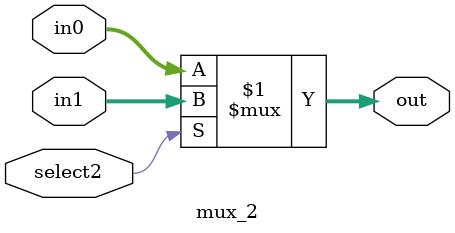
<source format=v>
module mux_2(out, select2, in0, in1);
    input select2;
    input [31:0] in0, in1;
    output [31:0] out;
    assign out = select2 ? in1 : in0;
endmodule

</source>
